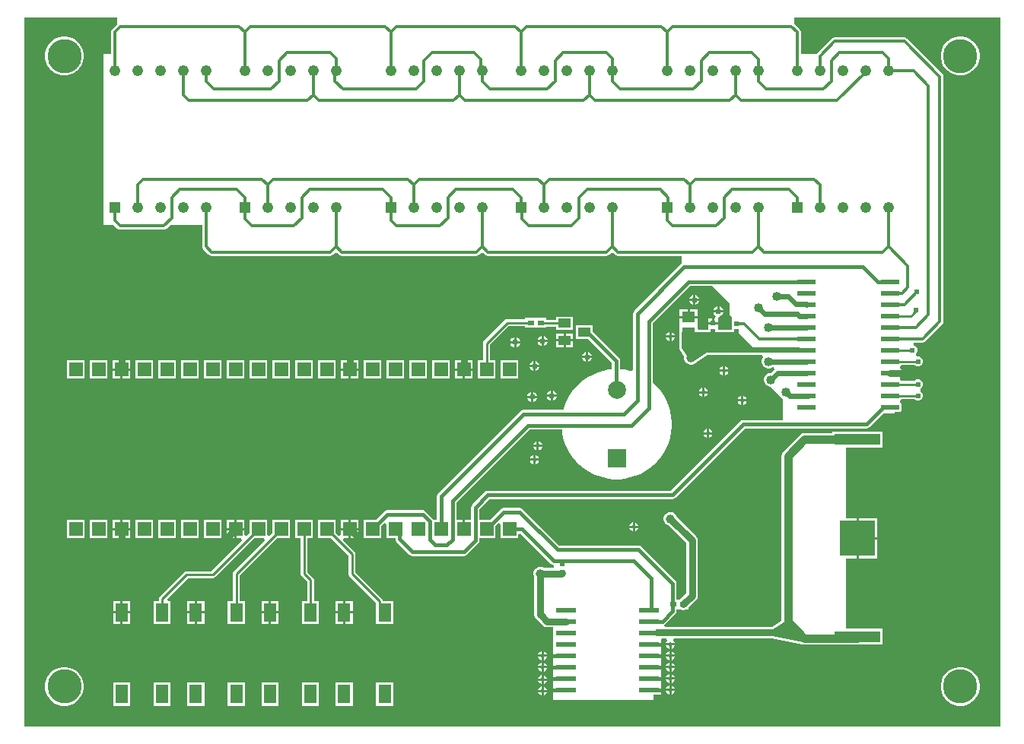
<source format=gtl>
G04*
G04 #@! TF.GenerationSoftware,Altium Limited,Altium Designer,25.8.1 (18)*
G04*
G04 Layer_Physical_Order=1*
G04 Layer_Color=255*
%FSLAX25Y25*%
%MOIN*%
G70*
G04*
G04 #@! TF.SameCoordinates,88319C62-EFB5-4932-9794-969BEDCF7067*
G04*
G04*
G04 #@! TF.FilePolarity,Positive*
G04*
G01*
G75*
%ADD13C,0.01000*%
G04:AMPARAMS|DCode=14|XSize=80.71mil|YSize=23.23mil|CornerRadius=2.9mil|HoleSize=0mil|Usage=FLASHONLY|Rotation=180.000|XOffset=0mil|YOffset=0mil|HoleType=Round|Shape=RoundedRectangle|*
%AMROUNDEDRECTD14*
21,1,0.08071,0.01742,0,0,180.0*
21,1,0.07490,0.02323,0,0,180.0*
1,1,0.00581,-0.03745,0.00871*
1,1,0.00581,0.03745,0.00871*
1,1,0.00581,0.03745,-0.00871*
1,1,0.00581,-0.03745,-0.00871*
%
%ADD14ROUNDEDRECTD14*%
%ADD15R,0.08661X0.02362*%
%ADD16R,0.02362X0.02205*%
%ADD17R,0.05512X0.08268*%
%ADD18R,0.02441X0.02362*%
%ADD19R,0.05787X0.04528*%
%ADD20R,0.02953X0.02362*%
%ADD21R,0.02362X0.02953*%
%ADD22R,0.20000X0.05000*%
%ADD23R,0.05512X0.03937*%
%ADD45R,0.15590X0.15590*%
%ADD46C,0.01500*%
%ADD47C,0.03000*%
%ADD48C,0.01200*%
%ADD49C,0.01300*%
%ADD50C,0.02200*%
%ADD51C,0.03500*%
%ADD52R,0.05937X0.05937*%
%ADD53R,0.04795X0.04795*%
%ADD54C,0.04795*%
%ADD55R,0.07874X0.07874*%
%ADD56C,0.07874*%
%ADD57C,0.15000*%
%ADD58C,0.02000*%
%ADD59C,0.03937*%
%ADD60C,0.02400*%
%ADD61C,0.04000*%
G36*
X409500Y351000D02*
Y346000D01*
X410497Y344671D01*
X410319Y344315D01*
X410319D01*
Y339478D01*
X404500D01*
Y341857D01*
X402280D01*
X400059D01*
Y339478D01*
X396101D01*
X395394Y340185D01*
X395394Y341299D01*
X395394Y342299D01*
Y344465D01*
X391500D01*
X387606D01*
Y342299D01*
X387606Y341701D01*
X387606Y340701D01*
Y338921D01*
X387558Y338849D01*
X387480Y338459D01*
Y331500D01*
X387497Y331417D01*
X387494Y331332D01*
X387535Y331223D01*
X387558Y331110D01*
X387605Y331039D01*
X387635Y330960D01*
X389632Y327765D01*
X389531Y327391D01*
Y326609D01*
X389734Y325854D01*
X390125Y325177D01*
X390677Y324625D01*
X391354Y324234D01*
X392109Y324031D01*
X392891D01*
X393646Y324234D01*
X394323Y324625D01*
X394875Y325177D01*
X394882Y325188D01*
X399645Y328320D01*
X423664D01*
X424099Y327342D01*
X423704Y326658D01*
X423500Y325895D01*
Y325105D01*
X423704Y324342D01*
X424099Y323658D01*
X424658Y323099D01*
X425342Y322704D01*
X426105Y322500D01*
X426895D01*
X427658Y322704D01*
X428342Y323099D01*
X428408Y323165D01*
X428474Y323169D01*
X428797Y323091D01*
X428988Y322015D01*
X428986Y322014D01*
X427472Y320500D01*
X427105D01*
X426342Y320296D01*
X425658Y319901D01*
X425099Y319342D01*
X424704Y318658D01*
X424500Y317895D01*
Y317105D01*
X424704Y316342D01*
X425099Y315658D01*
X425658Y315099D01*
X426342Y314704D01*
X427105Y314500D01*
X427257D01*
X432158Y309599D01*
X432842Y309204D01*
X432848Y309203D01*
Y299784D01*
X415500D01*
X414817Y299648D01*
X414238Y299262D01*
X383761Y268784D01*
X303536D01*
X302853Y268649D01*
X302274Y268262D01*
X296738Y262726D01*
X296352Y262147D01*
X296216Y261465D01*
Y255968D01*
X293500D01*
Y252000D01*
X292500D01*
Y255968D01*
X289784D01*
Y263761D01*
X321739Y295716D01*
X335978D01*
X336103Y294455D01*
X336565Y292130D01*
X337253Y289861D01*
X338161Y287671D01*
X339278Y285580D01*
X340595Y283609D01*
X342099Y281776D01*
X343776Y280099D01*
X345608Y278595D01*
X347580Y277278D01*
X349671Y276161D01*
X351861Y275253D01*
X354130Y274565D01*
X356455Y274102D01*
X358815Y273870D01*
X361185D01*
X363545Y274102D01*
X365870Y274565D01*
X368139Y275253D01*
X370329Y276161D01*
X372420Y277278D01*
X374392Y278595D01*
X376224Y280099D01*
X377901Y281776D01*
X379405Y283609D01*
X380722Y285580D01*
X381839Y287671D01*
X382747Y289861D01*
X383435Y292130D01*
X383897Y294455D01*
X384130Y296815D01*
Y299185D01*
X383897Y301545D01*
X383435Y303870D01*
X382747Y306139D01*
X381839Y308329D01*
X380722Y310420D01*
X379405Y312391D01*
X377901Y314224D01*
X376224Y315901D01*
X375784Y316262D01*
Y342261D01*
X392239Y358716D01*
X401784D01*
X409500Y351000D01*
D02*
G37*
G36*
X419681Y331819D02*
X440000Y331645D01*
Y329340D01*
X399340D01*
X393500Y325500D01*
X391500D01*
X391000Y327000D01*
Y327500D01*
X388500Y331500D01*
Y338459D01*
X413041D01*
X419681Y331819D01*
D02*
G37*
G36*
X528000Y165500D02*
X100500D01*
X100500Y476500D01*
X141000D01*
Y473379D01*
X138810Y471190D01*
X138446Y470644D01*
X138318Y470000D01*
Y460500D01*
X135000D01*
Y385500D01*
X139621D01*
X141310Y383810D01*
X141310Y383810D01*
X141856Y383446D01*
X142500Y383318D01*
X161500D01*
X162144Y383446D01*
X162690Y383810D01*
X164379Y385500D01*
X178318D01*
Y376000D01*
X178446Y375356D01*
X178810Y374810D01*
X181310Y372310D01*
X181310Y372310D01*
X181856Y371946D01*
X182500Y371818D01*
X234500D01*
X235144Y371946D01*
X235690Y372310D01*
X236343Y372964D01*
X237657D01*
X238310Y372310D01*
X238310Y372310D01*
X238856Y371946D01*
X239500Y371818D01*
X298500D01*
X299144Y371946D01*
X299690Y372310D01*
X300343Y372964D01*
X301657D01*
X302310Y372310D01*
X302310Y372310D01*
X302856Y371946D01*
X303500Y371818D01*
X355500D01*
X356144Y371946D01*
X356690Y372310D01*
X357343Y372964D01*
X358657D01*
X359310Y372310D01*
X359310Y372310D01*
X359856Y371946D01*
X360500Y371818D01*
X388500D01*
Y368437D01*
X388238Y368262D01*
X367738Y347762D01*
X367352Y347183D01*
X367216Y346500D01*
Y321866D01*
X366412Y321270D01*
X365870Y321435D01*
X363545Y321898D01*
X361515Y322097D01*
Y325769D01*
X361515Y325769D01*
X361380Y326452D01*
X360993Y327031D01*
X360993Y327031D01*
X349587Y338437D01*
Y341469D01*
X342075D01*
Y335531D01*
X347445D01*
X357947Y325030D01*
Y322044D01*
X356455Y321898D01*
X354130Y321435D01*
X351861Y320747D01*
X349671Y319839D01*
X347580Y318722D01*
X345608Y317405D01*
X343776Y315901D01*
X342099Y314224D01*
X340595Y312391D01*
X339278Y310420D01*
X338161Y308329D01*
X337253Y306139D01*
X336691Y304284D01*
X319000D01*
X319000Y304284D01*
X318317Y304149D01*
X317738Y303762D01*
X281738Y267762D01*
X281351Y267183D01*
X281216Y266500D01*
Y255968D01*
X279691D01*
X279648Y256183D01*
X279262Y256762D01*
X279262Y256762D01*
X276259Y259765D01*
X275680Y260151D01*
X274997Y260287D01*
X259503D01*
X258820Y260151D01*
X258241Y259765D01*
X258241Y259764D01*
X254445Y255968D01*
X249031D01*
Y248031D01*
X256968D01*
Y253445D01*
X258108Y254584D01*
X259032Y254202D01*
Y248031D01*
X263025D01*
Y247691D01*
X263161Y247008D01*
X263548Y246429D01*
X269238Y240738D01*
X269238Y240738D01*
X269817Y240352D01*
X270500Y240216D01*
X293000D01*
X293683Y240352D01*
X294262Y240738D01*
X299262Y245738D01*
X299262Y245738D01*
X299648Y246317D01*
X299784Y247000D01*
X299784Y247000D01*
Y248031D01*
X306968D01*
Y253445D01*
X308108Y254584D01*
X309032Y254202D01*
Y248031D01*
X316968D01*
Y249715D01*
X317969Y250008D01*
X331238Y236738D01*
X331817Y236351D01*
X332500Y236216D01*
Y235049D01*
X328022D01*
X327646Y235266D01*
X326891Y235469D01*
X326109D01*
X325354Y235266D01*
X324677Y234875D01*
X324125Y234323D01*
X323734Y233646D01*
X323532Y232891D01*
Y232109D01*
X323734Y231354D01*
X323951Y230978D01*
Y214500D01*
X324145Y213525D01*
X324698Y212698D01*
X327698Y209698D01*
X328524Y209145D01*
X329500Y208951D01*
X332000D01*
Y177000D01*
X376000D01*
Y179319D01*
X379331D01*
Y183681D01*
X379331D01*
Y184319D01*
X379331D01*
Y188681D01*
X379331D01*
Y189319D01*
X379331D01*
Y193681D01*
X379331D01*
Y194319D01*
X379331D01*
Y198681D01*
X379331D01*
Y199319D01*
X379331D01*
Y203681D01*
X380207Y203980D01*
X381845D01*
X381850Y203974D01*
X382152Y202980D01*
X381804Y202633D01*
X381542Y202000D01*
X385458D01*
X385195Y202633D01*
X384848Y202980D01*
X385150Y203974D01*
X385155Y203980D01*
X427992D01*
X441116Y201493D01*
X441530Y201321D01*
X442248Y201226D01*
X465500D01*
X465695Y201252D01*
X476500D01*
Y208252D01*
X460500D01*
Y230000D01*
Y231500D01*
Y239205D01*
X465000D01*
Y248000D01*
Y256795D01*
X460500D01*
Y287748D01*
X476500D01*
Y294748D01*
X454500D01*
Y294022D01*
X442248D01*
X441530Y293927D01*
X440861Y293650D01*
X440287Y293209D01*
X433039Y285961D01*
X432598Y285387D01*
X432321Y284718D01*
X432226Y284000D01*
Y248000D01*
Y211597D01*
X428084Y209020D01*
X424500Y209020D01*
X381236D01*
X380934Y210020D01*
X381262Y210238D01*
X385762Y214738D01*
X386149Y215317D01*
X386284Y216000D01*
Y216819D01*
X387930D01*
X388190Y216645D01*
X389165Y216451D01*
X390141Y216645D01*
X390401Y216819D01*
X391642D01*
Y217872D01*
X394802Y221032D01*
X395355Y221859D01*
X395549Y222835D01*
Y247000D01*
X395355Y247975D01*
X394802Y248802D01*
X386379Y257226D01*
X386266Y257646D01*
X385875Y258323D01*
X385323Y258875D01*
X384646Y259266D01*
X383891Y259469D01*
X383109D01*
X382354Y259266D01*
X381677Y258875D01*
X381125Y258323D01*
X380734Y257646D01*
X380532Y256891D01*
Y256109D01*
X380734Y255354D01*
X381125Y254677D01*
X381677Y254125D01*
X382354Y253734D01*
X382774Y253621D01*
X390451Y245944D01*
Y223890D01*
X387742Y221181D01*
X386284D01*
Y228000D01*
X386149Y228683D01*
X385762Y229262D01*
X385762Y229262D01*
X370762Y244262D01*
X370183Y244649D01*
X369500Y244784D01*
X334739D01*
X318762Y260762D01*
X318183Y261149D01*
X317500Y261284D01*
X310500D01*
X309817Y261149D01*
X309238Y260762D01*
X304445Y255968D01*
X299784D01*
Y260725D01*
X304275Y265216D01*
X384500D01*
X385183Y265352D01*
X385762Y265738D01*
X416239Y296216D01*
X469500D01*
X470183Y296352D01*
X470762Y296738D01*
X476690Y302667D01*
X481844D01*
Y303313D01*
X483572D01*
X484075Y303414D01*
X484502Y303699D01*
X484787Y304125D01*
X484888Y304629D01*
Y306371D01*
X484787Y306874D01*
X484502Y307301D01*
X484288Y307444D01*
X484208Y307809D01*
Y308168D01*
X484740Y308971D01*
X490418D01*
X490754Y308635D01*
X491562Y308300D01*
X492438D01*
X493246Y308635D01*
X493865Y309254D01*
X494200Y310062D01*
Y310938D01*
X493865Y311746D01*
X493246Y312365D01*
X493020Y312459D01*
Y313541D01*
X493246Y313635D01*
X493865Y314254D01*
X494200Y315062D01*
Y315938D01*
X493865Y316746D01*
X493246Y317365D01*
X492438Y317700D01*
X491562D01*
X490754Y317365D01*
X490418Y317029D01*
X484684D01*
X484502Y317301D01*
X484288Y317444D01*
X484208Y317809D01*
Y318191D01*
X484288Y318556D01*
X484502Y318699D01*
X484787Y319126D01*
X484888Y319629D01*
Y321371D01*
X484787Y321874D01*
X484502Y322301D01*
X484288Y322444D01*
X484208Y322809D01*
Y323168D01*
X484740Y323971D01*
X490418D01*
X490754Y323635D01*
X491562Y323300D01*
X492438D01*
X493246Y323635D01*
X493865Y324254D01*
X494200Y325062D01*
Y325938D01*
X493865Y326746D01*
X493246Y327365D01*
X492438Y327700D01*
X491956D01*
X491145Y328396D01*
X491042Y328567D01*
X491044Y328932D01*
X491365Y329254D01*
X491700Y330062D01*
Y330938D01*
X491365Y331746D01*
X490746Y332365D01*
X490300Y332550D01*
Y333818D01*
X494000D01*
X494644Y333946D01*
X495190Y334310D01*
X502690Y341810D01*
X503054Y342356D01*
X503182Y343000D01*
Y450500D01*
X503054Y451144D01*
X502690Y451690D01*
X487190Y467190D01*
X486644Y467554D01*
X486000Y467682D01*
X455500D01*
X455500Y467682D01*
X454856Y467554D01*
X454310Y467190D01*
X447810Y460690D01*
X447684Y460500D01*
X440682D01*
Y470000D01*
X440554Y470644D01*
X440190Y471190D01*
X440190Y471190D01*
X437750Y473629D01*
Y476500D01*
X528000D01*
Y165500D01*
D02*
G37*
G36*
X435939Y210859D02*
X435967Y209467D01*
X437433Y208000D01*
X442065Y203368D01*
X441707Y202418D01*
X428087Y205000D01*
X377000D01*
Y208000D01*
X424500D01*
X428375Y208000D01*
X434764Y211976D01*
X435939Y210859D01*
D02*
G37*
%LPC*%
G36*
X394500Y354674D02*
Y353000D01*
X396174D01*
X395865Y353746D01*
X395246Y354365D01*
X394500Y354674D01*
D02*
G37*
G36*
X393500D02*
X392754Y354365D01*
X392135Y353746D01*
X391826Y353000D01*
X393500D01*
Y354674D01*
D02*
G37*
G36*
X396174Y352000D02*
X394500D01*
Y350326D01*
X395246Y350635D01*
X395865Y351254D01*
X396174Y352000D01*
D02*
G37*
G36*
X393500D02*
X391826D01*
X392135Y351254D01*
X392754Y350635D01*
X393500Y350326D01*
Y352000D01*
D02*
G37*
G36*
X405000Y349674D02*
Y348000D01*
X406674D01*
X406365Y348746D01*
X405746Y349365D01*
X405000Y349674D01*
D02*
G37*
G36*
X404000D02*
X403254Y349365D01*
X402635Y348746D01*
X402326Y348000D01*
X404000D01*
Y349674D01*
D02*
G37*
G36*
X395394Y348228D02*
X392000D01*
Y345465D01*
X395394D01*
Y348228D01*
D02*
G37*
G36*
X391000D02*
X387606D01*
Y345465D01*
X391000D01*
Y348228D01*
D02*
G37*
G36*
X406674Y347000D02*
X402326D01*
X402635Y346254D01*
X403254Y345635D01*
X403487Y345538D01*
X403288Y344538D01*
X402779D01*
Y342857D01*
X404500D01*
X404500Y344431D01*
X404752Y344932D01*
X405007Y345329D01*
X405746Y345635D01*
X406365Y346254D01*
X406674Y347000D01*
D02*
G37*
G36*
X401780Y344538D02*
X400059D01*
Y342857D01*
X401780D01*
Y344538D01*
D02*
G37*
G36*
X384000Y338458D02*
Y337000D01*
X385458D01*
X385195Y337633D01*
X384633Y338195D01*
X384000Y338458D01*
D02*
G37*
G36*
X383000D02*
X382367Y338195D01*
X381804Y337633D01*
X381542Y337000D01*
X383000D01*
Y338458D01*
D02*
G37*
G36*
X385458Y336000D02*
X384000D01*
Y334542D01*
X384633Y334805D01*
X385195Y335367D01*
X385458Y336000D01*
D02*
G37*
G36*
X383000D02*
X381542D01*
X381804Y335367D01*
X382367Y334805D01*
X383000Y334542D01*
Y336000D01*
D02*
G37*
G36*
X407500Y323458D02*
Y322000D01*
X408958D01*
X408696Y322633D01*
X408133Y323196D01*
X407500Y323458D01*
D02*
G37*
G36*
X406500D02*
X405867Y323196D01*
X405304Y322633D01*
X405042Y322000D01*
X406500D01*
Y323458D01*
D02*
G37*
G36*
X408958Y321000D02*
X407500D01*
Y319542D01*
X408133Y319805D01*
X408696Y320367D01*
X408958Y321000D01*
D02*
G37*
G36*
X406500D02*
X405042D01*
X405304Y320367D01*
X405867Y319805D01*
X406500Y319542D01*
Y321000D01*
D02*
G37*
G36*
X398500Y313958D02*
Y312500D01*
X399958D01*
X399695Y313133D01*
X399133Y313696D01*
X398500Y313958D01*
D02*
G37*
G36*
X397500D02*
X396867Y313696D01*
X396304Y313133D01*
X396042Y312500D01*
X397500D01*
Y313958D01*
D02*
G37*
G36*
X399958Y311500D02*
X398500D01*
Y310042D01*
X399133Y310304D01*
X399695Y310867D01*
X399958Y311500D01*
D02*
G37*
G36*
X397500D02*
X396042D01*
X396304Y310867D01*
X396867Y310304D01*
X397500Y310042D01*
Y311500D01*
D02*
G37*
G36*
X415500Y310458D02*
Y309000D01*
X416958D01*
X416695Y309633D01*
X416133Y310195D01*
X415500Y310458D01*
D02*
G37*
G36*
X414500D02*
X413867Y310195D01*
X413305Y309633D01*
X413042Y309000D01*
X414500D01*
Y310458D01*
D02*
G37*
G36*
X416958Y308000D02*
X415500D01*
Y306542D01*
X416133Y306804D01*
X416695Y307367D01*
X416958Y308000D01*
D02*
G37*
G36*
X414500D02*
X413042D01*
X413305Y307367D01*
X413867Y306804D01*
X414500Y306542D01*
Y308000D01*
D02*
G37*
G36*
X400500Y295958D02*
Y294500D01*
X401958D01*
X401695Y295133D01*
X401133Y295695D01*
X400500Y295958D01*
D02*
G37*
G36*
X399500D02*
X398867Y295695D01*
X398305Y295133D01*
X398042Y294500D01*
X399500D01*
Y295958D01*
D02*
G37*
G36*
X401958Y293500D02*
X400500D01*
Y292042D01*
X401133Y292304D01*
X401695Y292867D01*
X401958Y293500D01*
D02*
G37*
G36*
X399500D02*
X398042D01*
X398305Y292867D01*
X398867Y292304D01*
X399500Y292042D01*
Y293500D01*
D02*
G37*
G36*
X325944Y290513D02*
Y289055D01*
X327402D01*
X327140Y289688D01*
X326577Y290251D01*
X325944Y290513D01*
D02*
G37*
G36*
X324944D02*
X324312Y290251D01*
X323749Y289688D01*
X323487Y289055D01*
X324944D01*
Y290513D01*
D02*
G37*
G36*
X327402Y288055D02*
X325944D01*
Y286598D01*
X326577Y286860D01*
X327140Y287423D01*
X327402Y288055D01*
D02*
G37*
G36*
X324944D02*
X323487D01*
X323749Y287423D01*
X324312Y286860D01*
X324944Y286598D01*
Y288055D01*
D02*
G37*
G36*
X324500Y284458D02*
Y283000D01*
X325958D01*
X325695Y283633D01*
X325133Y284195D01*
X324500Y284458D01*
D02*
G37*
G36*
X323500D02*
X322867Y284195D01*
X322305Y283633D01*
X322042Y283000D01*
X323500D01*
Y284458D01*
D02*
G37*
G36*
X325958Y282000D02*
X324500D01*
Y280542D01*
X325133Y280804D01*
X325695Y281367D01*
X325958Y282000D01*
D02*
G37*
G36*
X323500D02*
X322042D01*
X322305Y281367D01*
X322867Y280804D01*
X323500Y280542D01*
Y282000D01*
D02*
G37*
G36*
X511337Y468000D02*
X509663D01*
X508021Y467673D01*
X506474Y467033D01*
X505082Y466102D01*
X503898Y464918D01*
X502967Y463526D01*
X502327Y461979D01*
X502000Y460337D01*
Y458663D01*
X502327Y457021D01*
X502967Y455474D01*
X503898Y454082D01*
X505082Y452898D01*
X506474Y451967D01*
X508021Y451327D01*
X509663Y451000D01*
X511337D01*
X512979Y451327D01*
X514526Y451967D01*
X515918Y452898D01*
X517102Y454082D01*
X518033Y455474D01*
X518673Y457021D01*
X519000Y458663D01*
Y460337D01*
X518673Y461979D01*
X518033Y463526D01*
X517102Y464918D01*
X515918Y466102D01*
X514526Y467033D01*
X512979Y467673D01*
X511337Y468000D01*
D02*
G37*
G36*
X118837D02*
X117163D01*
X115521Y467673D01*
X113974Y467033D01*
X112582Y466102D01*
X111398Y464918D01*
X110467Y463526D01*
X109827Y461979D01*
X109500Y460337D01*
Y458663D01*
X109827Y457021D01*
X110467Y455474D01*
X111398Y454082D01*
X112582Y452898D01*
X113974Y451967D01*
X115521Y451327D01*
X117163Y451000D01*
X118837D01*
X120479Y451327D01*
X122026Y451967D01*
X123418Y452898D01*
X124602Y454082D01*
X125533Y455474D01*
X126173Y457021D01*
X126500Y458663D01*
Y460337D01*
X126173Y461979D01*
X125533Y463526D01*
X124602Y464918D01*
X123418Y466102D01*
X122026Y467033D01*
X120479Y467673D01*
X118837Y468000D01*
D02*
G37*
G36*
X340925Y345209D02*
X333413D01*
Y343770D01*
X329142D01*
Y344681D01*
X319858D01*
Y344029D01*
X312000D01*
X311415Y343913D01*
X310919Y343581D01*
X301919Y334581D01*
X301587Y334085D01*
X301471Y333500D01*
Y325969D01*
X299031D01*
Y318032D01*
X306968D01*
Y325969D01*
X304529D01*
Y332867D01*
X312633Y340971D01*
X319858D01*
Y340319D01*
X329142D01*
Y340711D01*
X333413D01*
Y339272D01*
X340925D01*
Y345209D01*
D02*
G37*
G36*
Y337728D02*
X337669D01*
Y335260D01*
X340925D01*
Y337728D01*
D02*
G37*
G36*
X336669D02*
X333413D01*
Y335260D01*
X336669D01*
Y337728D01*
D02*
G37*
G36*
X328000Y336674D02*
Y335000D01*
X329674D01*
X329365Y335746D01*
X328746Y336365D01*
X328000Y336674D01*
D02*
G37*
G36*
X327000D02*
X326254Y336365D01*
X325635Y335746D01*
X325326Y335000D01*
X327000D01*
Y336674D01*
D02*
G37*
G36*
X316000Y336174D02*
Y334500D01*
X317674D01*
X317365Y335246D01*
X316746Y335865D01*
X316000Y336174D01*
D02*
G37*
G36*
X315000D02*
X314254Y335865D01*
X313635Y335246D01*
X313326Y334500D01*
X315000D01*
Y336174D01*
D02*
G37*
G36*
X329674Y334000D02*
X328000D01*
Y332326D01*
X328746Y332635D01*
X329365Y333254D01*
X329674Y334000D01*
D02*
G37*
G36*
X327000D02*
X325326D01*
X325635Y333254D01*
X326254Y332635D01*
X327000Y332326D01*
Y334000D01*
D02*
G37*
G36*
X317674Y333500D02*
X316000D01*
Y331826D01*
X316746Y332135D01*
X317365Y332754D01*
X317674Y333500D01*
D02*
G37*
G36*
X315000D02*
X313326D01*
X313635Y332754D01*
X314254Y332135D01*
X315000Y331826D01*
Y333500D01*
D02*
G37*
G36*
X340925Y334260D02*
X337669D01*
Y331791D01*
X340925D01*
Y334260D01*
D02*
G37*
G36*
X336669D02*
X333413D01*
Y331791D01*
X336669D01*
Y334260D01*
D02*
G37*
G36*
X347500Y329674D02*
Y328000D01*
X349174D01*
X348865Y328746D01*
X348246Y329365D01*
X347500Y329674D01*
D02*
G37*
G36*
X346500D02*
X345754Y329365D01*
X345135Y328746D01*
X344826Y328000D01*
X346500D01*
Y329674D01*
D02*
G37*
G36*
X349174Y327000D02*
X347500D01*
Y325326D01*
X348246Y325635D01*
X348865Y326254D01*
X349174Y327000D01*
D02*
G37*
G36*
X346500D02*
X344826D01*
X345135Y326254D01*
X345754Y325635D01*
X346500Y325326D01*
Y327000D01*
D02*
G37*
G36*
X324500Y325674D02*
Y324000D01*
X326174D01*
X325865Y324746D01*
X325246Y325365D01*
X324500Y325674D01*
D02*
G37*
G36*
X323500D02*
X322754Y325365D01*
X322135Y324746D01*
X321826Y324000D01*
X323500D01*
Y325674D01*
D02*
G37*
G36*
X296969Y325969D02*
X293500D01*
Y322500D01*
X296969D01*
Y325969D01*
D02*
G37*
G36*
X246969D02*
X243500D01*
Y322500D01*
X246969D01*
Y325969D01*
D02*
G37*
G36*
X146968D02*
X143500D01*
Y322500D01*
X146968D01*
Y325969D01*
D02*
G37*
G36*
X142500D02*
X139032D01*
Y322500D01*
X142500D01*
Y325969D01*
D02*
G37*
G36*
X292500D02*
X289032D01*
Y322500D01*
X292500D01*
Y325969D01*
D02*
G37*
G36*
X242500D02*
X239032D01*
Y322500D01*
X242500D01*
Y325969D01*
D02*
G37*
G36*
X326174Y323000D02*
X324500D01*
Y321326D01*
X325246Y321635D01*
X325865Y322254D01*
X326174Y323000D01*
D02*
G37*
G36*
X323500D02*
X321826D01*
X322135Y322254D01*
X322754Y321635D01*
X323500Y321326D01*
Y323000D01*
D02*
G37*
G36*
X316968Y325969D02*
X309032D01*
Y318032D01*
X316968D01*
Y325969D01*
D02*
G37*
G36*
X296969Y321500D02*
X293500D01*
Y318032D01*
X296969D01*
Y321500D01*
D02*
G37*
G36*
X292500D02*
X289032D01*
Y318032D01*
X292500D01*
Y321500D01*
D02*
G37*
G36*
X286968Y325969D02*
X279031D01*
Y318032D01*
X286968D01*
Y325969D01*
D02*
G37*
G36*
X276969D02*
X269032D01*
Y318032D01*
X276969D01*
Y325969D01*
D02*
G37*
G36*
X266968D02*
X259032D01*
Y318032D01*
X266968D01*
Y325969D01*
D02*
G37*
G36*
X256968D02*
X249031D01*
Y318032D01*
X256968D01*
Y325969D01*
D02*
G37*
G36*
X246969Y321500D02*
X243500D01*
Y318032D01*
X246969D01*
Y321500D01*
D02*
G37*
G36*
X242500D02*
X239032D01*
Y318032D01*
X242500D01*
Y321500D01*
D02*
G37*
G36*
X236968Y325969D02*
X229031D01*
Y318032D01*
X236968D01*
Y325969D01*
D02*
G37*
G36*
X226969D02*
X219032D01*
Y318032D01*
X226969D01*
Y325969D01*
D02*
G37*
G36*
X216968D02*
X209032D01*
Y318032D01*
X216968D01*
Y325969D01*
D02*
G37*
G36*
X206968D02*
X199031D01*
Y318032D01*
X206968D01*
Y325969D01*
D02*
G37*
G36*
X196968D02*
X189032D01*
Y318032D01*
X196968D01*
Y325969D01*
D02*
G37*
G36*
X186969D02*
X179032D01*
Y318032D01*
X186969D01*
Y325969D01*
D02*
G37*
G36*
X176969D02*
X169032D01*
Y318032D01*
X176969D01*
Y325969D01*
D02*
G37*
G36*
X166969D02*
X159031D01*
Y318032D01*
X166969D01*
Y325969D01*
D02*
G37*
G36*
X156968D02*
X149031D01*
Y318032D01*
X156968D01*
Y325969D01*
D02*
G37*
G36*
X146968Y321500D02*
X143500D01*
Y318032D01*
X146968D01*
Y321500D01*
D02*
G37*
G36*
X142500D02*
X139032D01*
Y318032D01*
X142500D01*
Y321500D01*
D02*
G37*
G36*
X136969Y325969D02*
X129032D01*
Y318032D01*
X136969D01*
Y325969D01*
D02*
G37*
G36*
X126969D02*
X119032D01*
Y318032D01*
X126969D01*
Y325969D01*
D02*
G37*
G36*
X332000Y312674D02*
Y311000D01*
X333674D01*
X333365Y311746D01*
X332746Y312365D01*
X332000Y312674D01*
D02*
G37*
G36*
X331000D02*
X330254Y312365D01*
X329635Y311746D01*
X329326Y311000D01*
X331000D01*
Y312674D01*
D02*
G37*
G36*
X323500Y312174D02*
Y310500D01*
X325174D01*
X324865Y311246D01*
X324246Y311865D01*
X323500Y312174D01*
D02*
G37*
G36*
X322500D02*
X321754Y311865D01*
X321135Y311246D01*
X320826Y310500D01*
X322500D01*
Y312174D01*
D02*
G37*
G36*
X333674Y310000D02*
X332000D01*
Y308326D01*
X332746Y308635D01*
X333365Y309254D01*
X333674Y310000D01*
D02*
G37*
G36*
X331000D02*
X329326D01*
X329635Y309254D01*
X330254Y308635D01*
X331000Y308326D01*
Y310000D01*
D02*
G37*
G36*
X325174Y309500D02*
X323500D01*
Y307826D01*
X324246Y308135D01*
X324865Y308754D01*
X325174Y309500D01*
D02*
G37*
G36*
X322500D02*
X320826D01*
X321135Y308754D01*
X321754Y308135D01*
X322500Y307826D01*
Y309500D01*
D02*
G37*
G36*
X368000Y254958D02*
Y253500D01*
X369458D01*
X369196Y254133D01*
X368633Y254696D01*
X368000Y254958D01*
D02*
G37*
G36*
X367000D02*
X366367Y254696D01*
X365805Y254133D01*
X365542Y253500D01*
X367000D01*
Y254958D01*
D02*
G37*
G36*
X246969Y255968D02*
X243500D01*
Y252500D01*
X246969D01*
Y255968D01*
D02*
G37*
G36*
X196968D02*
X193500D01*
Y252500D01*
X196968D01*
Y255968D01*
D02*
G37*
G36*
X146968D02*
X143500D01*
Y252500D01*
X146968D01*
Y255968D01*
D02*
G37*
G36*
X142500D02*
X139032D01*
Y252500D01*
X142500D01*
Y255968D01*
D02*
G37*
G36*
X242500D02*
X239032D01*
Y252500D01*
X242500D01*
Y255968D01*
D02*
G37*
G36*
X192500D02*
X189032D01*
Y252500D01*
X192500D01*
Y255968D01*
D02*
G37*
G36*
X369458Y252500D02*
X368000D01*
Y251042D01*
X368633Y251305D01*
X369196Y251867D01*
X369458Y252500D01*
D02*
G37*
G36*
X367000D02*
X365542D01*
X365805Y251867D01*
X366367Y251305D01*
X367000Y251042D01*
Y252500D01*
D02*
G37*
G36*
X216968Y255968D02*
X209032D01*
Y250194D01*
X207892Y249055D01*
X206968Y249438D01*
Y255968D01*
X199031D01*
Y250194D01*
X197892Y249055D01*
X196968Y249438D01*
Y251500D01*
X193500D01*
Y248031D01*
X195562D01*
X195945Y247108D01*
X182367Y233529D01*
X171500D01*
X170915Y233413D01*
X170419Y233081D01*
X159777Y222440D01*
X159445Y221943D01*
X159329Y221358D01*
Y220547D01*
X157102D01*
Y210279D01*
X164614D01*
Y220547D01*
X163624D01*
X163210Y221547D01*
X172134Y230471D01*
X183000D01*
X183585Y230587D01*
X184081Y230919D01*
X201194Y248031D01*
X205562D01*
X205945Y247108D01*
X192277Y233440D01*
X191945Y232944D01*
X191829Y232358D01*
Y220547D01*
X189602D01*
Y210279D01*
X197114D01*
Y220547D01*
X194888D01*
Y231725D01*
X211194Y248031D01*
X216968D01*
Y255968D01*
D02*
G37*
G36*
X474295Y256795D02*
X466000D01*
Y248500D01*
X474295D01*
Y256795D01*
D02*
G37*
G36*
X246969Y251500D02*
X243500D01*
Y248031D01*
X246969D01*
Y251500D01*
D02*
G37*
G36*
X192500D02*
X189032D01*
Y248031D01*
X192500D01*
Y251500D01*
D02*
G37*
G36*
X186969Y255968D02*
X179032D01*
Y248031D01*
X186969D01*
Y255968D01*
D02*
G37*
G36*
X176969D02*
X169032D01*
Y248031D01*
X176969D01*
Y255968D01*
D02*
G37*
G36*
X166969D02*
X159031D01*
Y248031D01*
X166969D01*
Y255968D01*
D02*
G37*
G36*
X156968D02*
X149031D01*
Y248031D01*
X156968D01*
Y255968D01*
D02*
G37*
G36*
X146968Y251500D02*
X143500D01*
Y248031D01*
X146968D01*
Y251500D01*
D02*
G37*
G36*
X142500D02*
X139032D01*
Y248031D01*
X142500D01*
Y251500D01*
D02*
G37*
G36*
X136969Y255968D02*
X129032D01*
Y248031D01*
X136969D01*
Y255968D01*
D02*
G37*
G36*
X126969D02*
X119032D01*
Y248031D01*
X126969D01*
Y255968D01*
D02*
G37*
G36*
X474295Y247500D02*
X466000D01*
Y239205D01*
X474295D01*
Y247500D01*
D02*
G37*
G36*
X146898Y220547D02*
X143642D01*
Y215913D01*
X146898D01*
Y220547D01*
D02*
G37*
G36*
X142642D02*
X139386D01*
Y215913D01*
X142642D01*
Y220547D01*
D02*
G37*
G36*
X244398D02*
X241142D01*
Y215913D01*
X244398D01*
Y220547D01*
D02*
G37*
G36*
X211898D02*
X208642D01*
Y215913D01*
X211898D01*
Y220547D01*
D02*
G37*
G36*
X179398D02*
X176142D01*
Y215913D01*
X179398D01*
Y220547D01*
D02*
G37*
G36*
X240142D02*
X236886D01*
Y215913D01*
X240142D01*
Y220547D01*
D02*
G37*
G36*
X207642D02*
X204386D01*
Y215913D01*
X207642D01*
Y220547D01*
D02*
G37*
G36*
X175142D02*
X171886D01*
Y215913D01*
X175142D01*
Y220547D01*
D02*
G37*
G36*
X236968Y255968D02*
X229031D01*
Y248031D01*
X234806D01*
X242471Y240367D01*
Y232500D01*
X242587Y231915D01*
X242919Y231419D01*
X254573Y219764D01*
Y217669D01*
X254602Y217522D01*
Y210279D01*
X262114D01*
Y220547D01*
X257602D01*
X257515Y220983D01*
X257184Y221479D01*
X245529Y233134D01*
Y241000D01*
X245413Y241585D01*
X245081Y242081D01*
X240055Y247108D01*
X240438Y248031D01*
X242500D01*
Y251500D01*
X239032D01*
Y249438D01*
X238108Y249055D01*
X236968Y250194D01*
Y255968D01*
D02*
G37*
G36*
X244398Y214913D02*
X241142D01*
Y210279D01*
X244398D01*
Y214913D01*
D02*
G37*
G36*
X240142D02*
X236886D01*
Y210279D01*
X240142D01*
Y214913D01*
D02*
G37*
G36*
X226969Y255968D02*
X219032D01*
Y248031D01*
X221471D01*
Y232500D01*
X221587Y231915D01*
X221919Y231419D01*
X224329Y229008D01*
Y220547D01*
X222102D01*
Y210279D01*
X229614D01*
Y220547D01*
X227388D01*
Y229642D01*
X227271Y230227D01*
X226940Y230723D01*
X224529Y233134D01*
Y248031D01*
X226969D01*
Y255968D01*
D02*
G37*
G36*
X211898Y214913D02*
X208642D01*
Y210279D01*
X211898D01*
Y214913D01*
D02*
G37*
G36*
X207642D02*
X204386D01*
Y210279D01*
X207642D01*
Y214913D01*
D02*
G37*
G36*
X179398D02*
X176142D01*
Y210279D01*
X179398D01*
Y214913D01*
D02*
G37*
G36*
X175142D02*
X171886D01*
Y210279D01*
X175142D01*
Y214913D01*
D02*
G37*
G36*
X146898Y214913D02*
X143642D01*
Y210279D01*
X146898D01*
Y214913D01*
D02*
G37*
G36*
X142642D02*
X139386D01*
Y210279D01*
X142642D01*
Y214913D01*
D02*
G37*
G36*
X385458Y201000D02*
X384000D01*
Y199542D01*
X384633Y199804D01*
X385195Y200367D01*
X385458Y201000D01*
D02*
G37*
G36*
X383000D02*
X381542D01*
X381804Y200367D01*
X382367Y199804D01*
X383000Y199542D01*
Y201000D01*
D02*
G37*
G36*
X384000Y198458D02*
Y197000D01*
X385458D01*
X385195Y197633D01*
X384633Y198196D01*
X384000Y198458D01*
D02*
G37*
G36*
X383000D02*
X382367Y198196D01*
X381804Y197633D01*
X381542Y197000D01*
X383000D01*
Y198458D01*
D02*
G37*
G36*
X328000D02*
Y197000D01*
X329458D01*
X329195Y197633D01*
X328633Y198196D01*
X328000Y198458D01*
D02*
G37*
G36*
X327000D02*
X326367Y198196D01*
X325804Y197633D01*
X325542Y197000D01*
X327000D01*
Y198458D01*
D02*
G37*
G36*
X385458Y196000D02*
X384000D01*
Y194542D01*
X384633Y194805D01*
X385195Y195367D01*
X385458Y196000D01*
D02*
G37*
G36*
X383000D02*
X381542D01*
X381804Y195367D01*
X382367Y194805D01*
X383000Y194542D01*
Y196000D01*
D02*
G37*
G36*
X329458D02*
X328000D01*
Y194542D01*
X328633Y194805D01*
X329195Y195367D01*
X329458Y196000D01*
D02*
G37*
G36*
X327000D02*
X325542D01*
X325804Y195367D01*
X326367Y194805D01*
X327000Y194542D01*
Y196000D01*
D02*
G37*
G36*
X384000Y193458D02*
Y192000D01*
X385458D01*
X385195Y192633D01*
X384633Y193195D01*
X384000Y193458D01*
D02*
G37*
G36*
X383000D02*
X382367Y193195D01*
X381804Y192633D01*
X381542Y192000D01*
X383000D01*
Y193458D01*
D02*
G37*
G36*
X328000D02*
Y192000D01*
X329458D01*
X329195Y192633D01*
X328633Y193195D01*
X328000Y193458D01*
D02*
G37*
G36*
X327000D02*
X326367Y193195D01*
X325804Y192633D01*
X325542Y192000D01*
X327000D01*
Y193458D01*
D02*
G37*
G36*
X385458Y191000D02*
X384000D01*
Y189542D01*
X384633Y189804D01*
X385195Y190367D01*
X385458Y191000D01*
D02*
G37*
G36*
X383000D02*
X381542D01*
X381804Y190367D01*
X382367Y189804D01*
X383000Y189542D01*
Y191000D01*
D02*
G37*
G36*
X329458D02*
X328000D01*
Y189542D01*
X328633Y189804D01*
X329195Y190367D01*
X329458Y191000D01*
D02*
G37*
G36*
X327000D02*
X325542D01*
X325804Y190367D01*
X326367Y189804D01*
X327000Y189542D01*
Y191000D01*
D02*
G37*
G36*
X384000Y188458D02*
Y187000D01*
X385458D01*
X385195Y187633D01*
X384633Y188196D01*
X384000Y188458D01*
D02*
G37*
G36*
X383000D02*
X382367Y188196D01*
X381804Y187633D01*
X381542Y187000D01*
X383000D01*
Y188458D01*
D02*
G37*
G36*
X328000Y187958D02*
Y186500D01*
X329458D01*
X329195Y187133D01*
X328633Y187696D01*
X328000Y187958D01*
D02*
G37*
G36*
X327000D02*
X326367Y187696D01*
X325804Y187133D01*
X325542Y186500D01*
X327000D01*
Y187958D01*
D02*
G37*
G36*
X385458Y186000D02*
X384000D01*
Y184542D01*
X384633Y184804D01*
X385195Y185367D01*
X385458Y186000D01*
D02*
G37*
G36*
X383000D02*
X381542D01*
X381804Y185367D01*
X382367Y184804D01*
X383000Y184542D01*
Y186000D01*
D02*
G37*
G36*
X329458Y185500D02*
X328000D01*
Y184042D01*
X328633Y184304D01*
X329195Y184867D01*
X329458Y185500D01*
D02*
G37*
G36*
X327000D02*
X325542D01*
X325804Y184867D01*
X326367Y184304D01*
X327000Y184042D01*
Y185500D01*
D02*
G37*
G36*
X384000Y183458D02*
Y182000D01*
X385458D01*
X385195Y182633D01*
X384633Y183195D01*
X384000Y183458D01*
D02*
G37*
G36*
X383000D02*
X382367Y183195D01*
X381804Y182633D01*
X381542Y182000D01*
X383000D01*
Y183458D01*
D02*
G37*
G36*
X328000Y182958D02*
Y181500D01*
X329458D01*
X329195Y182133D01*
X328633Y182695D01*
X328000Y182958D01*
D02*
G37*
G36*
X327000D02*
X326367Y182695D01*
X325804Y182133D01*
X325542Y181500D01*
X327000D01*
Y182958D01*
D02*
G37*
G36*
X385458Y181000D02*
X384000D01*
Y179542D01*
X384633Y179805D01*
X385195Y180367D01*
X385458Y181000D01*
D02*
G37*
G36*
X383000D02*
X381542D01*
X381804Y180367D01*
X382367Y179805D01*
X383000Y179542D01*
Y181000D01*
D02*
G37*
G36*
X329458Y180500D02*
X328000D01*
Y179042D01*
X328633Y179305D01*
X329195Y179867D01*
X329458Y180500D01*
D02*
G37*
G36*
X327000D02*
X325542D01*
X325804Y179867D01*
X326367Y179305D01*
X327000Y179042D01*
Y180500D01*
D02*
G37*
G36*
X511337Y191500D02*
X509663D01*
X508021Y191173D01*
X506474Y190533D01*
X505082Y189602D01*
X503898Y188418D01*
X502967Y187026D01*
X502327Y185479D01*
X502000Y183837D01*
Y182163D01*
X502327Y180521D01*
X502967Y178974D01*
X503898Y177582D01*
X505082Y176398D01*
X506474Y175467D01*
X508021Y174827D01*
X509663Y174500D01*
X511337D01*
X512979Y174827D01*
X514526Y175467D01*
X515918Y176398D01*
X517102Y177582D01*
X518033Y178974D01*
X518673Y180521D01*
X519000Y182163D01*
Y183837D01*
X518673Y185479D01*
X518033Y187026D01*
X517102Y188418D01*
X515918Y189602D01*
X514526Y190533D01*
X512979Y191173D01*
X511337Y191500D01*
D02*
G37*
G36*
X118837D02*
X117163D01*
X115521Y191173D01*
X113974Y190533D01*
X112582Y189602D01*
X111398Y188418D01*
X110467Y187026D01*
X109827Y185479D01*
X109500Y183837D01*
Y182163D01*
X109827Y180521D01*
X110467Y178974D01*
X111398Y177582D01*
X112582Y176398D01*
X113974Y175467D01*
X115521Y174827D01*
X117163Y174500D01*
X118837D01*
X120479Y174827D01*
X122026Y175467D01*
X123418Y176398D01*
X124602Y177582D01*
X125533Y178974D01*
X126173Y180521D01*
X126500Y182163D01*
Y183837D01*
X126173Y185479D01*
X125533Y187026D01*
X124602Y188418D01*
X123418Y189602D01*
X122026Y190533D01*
X120479Y191173D01*
X118837Y191500D01*
D02*
G37*
G36*
X262114Y184721D02*
X254602D01*
Y174453D01*
X262114D01*
Y184721D01*
D02*
G37*
G36*
X244398D02*
X236886D01*
Y174453D01*
X244398D01*
Y184721D01*
D02*
G37*
G36*
X229614D02*
X222102D01*
Y174453D01*
X229614D01*
Y184721D01*
D02*
G37*
G36*
X211898D02*
X204386D01*
Y174453D01*
X211898D01*
Y184721D01*
D02*
G37*
G36*
X197114D02*
X189602D01*
Y174453D01*
X197114D01*
Y184721D01*
D02*
G37*
G36*
X179398D02*
X171886D01*
Y174453D01*
X179398D01*
Y184721D01*
D02*
G37*
G36*
X164614D02*
X157102D01*
Y174453D01*
X164614D01*
Y184721D01*
D02*
G37*
G36*
X146898D02*
X139386D01*
Y174453D01*
X146898D01*
Y184721D01*
D02*
G37*
%LPD*%
D13*
X391000Y338035D02*
X391754Y337282D01*
X402240Y338735D02*
X402280D01*
X491000Y347621D02*
Y348000D01*
X489682Y346207D02*
Y346303D01*
X491000Y347621D01*
X488975Y345500D02*
X489682Y346207D01*
X480327Y345500D02*
X488975D01*
X171500Y232000D02*
X183000D01*
X160858Y215413D02*
Y221358D01*
X171500Y232000D01*
X183000D02*
X203000Y252000D01*
X223000Y232500D02*
X225858Y229642D01*
Y215413D02*
Y229642D01*
X223000Y232500D02*
Y252000D01*
X193358Y215413D02*
Y232358D01*
X213000Y252000D01*
X326669Y214331D02*
X326750Y214250D01*
X233000Y252000D02*
X244000Y241000D01*
Y232500D02*
Y241000D01*
X256102Y217669D02*
Y220398D01*
Y217669D02*
X258358Y215413D01*
X244000Y232500D02*
X256102Y220398D01*
X303000Y333500D02*
X312000Y342500D01*
X322335D01*
X303000Y322000D02*
Y333500D01*
X479827Y315500D02*
X492000D01*
X479827Y330500D02*
X489500D01*
X479827Y310500D02*
X492000D01*
X479827Y325500D02*
X492000D01*
X326925Y342240D02*
X337169D01*
X326665Y342500D02*
X326925Y342240D01*
D14*
X443173Y360500D02*
D03*
X479827Y305500D02*
D03*
Y360500D02*
D03*
Y310500D02*
D03*
Y315500D02*
D03*
Y320500D02*
D03*
Y325500D02*
D03*
Y330500D02*
D03*
Y335500D02*
D03*
Y340500D02*
D03*
Y345500D02*
D03*
Y350500D02*
D03*
Y355500D02*
D03*
X443173D02*
D03*
Y350500D02*
D03*
Y345500D02*
D03*
Y340500D02*
D03*
Y335500D02*
D03*
Y330500D02*
D03*
Y325500D02*
D03*
Y320500D02*
D03*
Y315500D02*
D03*
Y310500D02*
D03*
Y305500D02*
D03*
D15*
X374000Y216500D02*
D03*
Y211500D02*
D03*
X337779Y181500D02*
D03*
X374000Y186500D02*
D03*
X337779D02*
D03*
Y196500D02*
D03*
X374000Y181500D02*
D03*
X337779Y191500D02*
D03*
X374000D02*
D03*
Y196500D02*
D03*
Y206500D02*
D03*
X337779Y201500D02*
D03*
Y206500D02*
D03*
Y216500D02*
D03*
X374000Y201500D02*
D03*
X337779Y211500D02*
D03*
D16*
X412500Y342213D02*
D03*
Y338787D02*
D03*
D17*
X143142Y179587D02*
D03*
X160858D02*
D03*
X143142Y215413D02*
D03*
X160858D02*
D03*
X175642Y179587D02*
D03*
X193358D02*
D03*
X175642Y215413D02*
D03*
X193358D02*
D03*
X208142Y179587D02*
D03*
X225858D02*
D03*
X208142Y215413D02*
D03*
X225858D02*
D03*
X240642Y179587D02*
D03*
X258358D02*
D03*
X240642Y215413D02*
D03*
X258358D02*
D03*
D18*
X402280Y342357D02*
D03*
Y338735D02*
D03*
D19*
X391500Y338035D02*
D03*
Y344965D02*
D03*
D20*
X389165Y219000D02*
D03*
X384835D02*
D03*
X326665Y342500D02*
D03*
X322335D02*
D03*
D21*
X336000Y237165D02*
D03*
Y232835D02*
D03*
D22*
X465500Y291248D02*
D03*
Y204752D02*
D03*
D23*
X345831Y338500D02*
D03*
X337169Y334760D02*
D03*
Y342240D02*
D03*
D45*
X465500Y248000D02*
D03*
D46*
X283000Y252000D02*
Y266500D01*
X319000Y302500D02*
X363000D01*
X283000Y266500D02*
X319000Y302500D01*
X389500Y367000D02*
X467929D01*
X369000Y346500D02*
X389500Y367000D01*
X363000Y302500D02*
X369000Y308500D01*
X474429Y360500D02*
X479827D01*
X467929Y367000D02*
X474429Y360500D01*
X369000Y308500D02*
Y346500D01*
X278000Y247500D02*
X280500Y245000D01*
X274997Y258503D02*
X278000Y255500D01*
Y247500D02*
Y255500D01*
X259503Y258503D02*
X274997D01*
X285500Y245000D02*
X288000Y247500D01*
X280500Y245000D02*
X285500D01*
X288000Y247500D02*
Y264500D01*
X264809Y247691D02*
X270500Y242000D01*
X293000D02*
X298000Y247000D01*
X270500Y242000D02*
X293000D01*
X253000Y252000D02*
X259503Y258503D01*
X288000Y264500D02*
X321000Y297500D01*
X366500D01*
X303536Y267000D02*
X384500D01*
X298000Y247000D02*
Y261465D01*
X303536Y267000D01*
X263000Y252000D02*
X264809Y250190D01*
Y247691D02*
Y250190D01*
X366500Y297500D02*
X374000Y305000D01*
Y343000D01*
X391500Y360500D01*
X443173D01*
X476291Y304839D02*
X476953Y305500D01*
X479827D01*
X476291Y304791D02*
Y304839D01*
X415500Y298000D02*
X469500D01*
X476291Y304791D01*
X384500Y267000D02*
X415500Y298000D01*
X374000Y201500D02*
X380000D01*
X374000Y196500D02*
X380000D01*
X331000D02*
X337779D01*
X374000Y191500D02*
X380000D01*
X374000Y181500D02*
X380500D01*
X374000Y186500D02*
X380000D01*
X331000Y191500D02*
X337779D01*
X331500Y181500D02*
X337779D01*
X330500Y186500D02*
X337779D01*
X331000Y181000D02*
X331500Y181500D01*
X318500Y252000D02*
X332500Y238000D01*
X367500D02*
X375000Y230500D01*
X313000Y252000D02*
X318500D01*
X375000Y217181D02*
Y230500D01*
X374000Y216500D02*
X374319D01*
X332500Y238000D02*
X367500D01*
X374319Y216500D02*
X375000Y217181D01*
X334000Y243000D02*
X369500D01*
X384500Y228000D01*
Y219000D02*
Y228000D01*
X317500Y259500D02*
X334000Y243000D01*
X310500Y259500D02*
X317500D01*
X303000Y252000D02*
X310500Y259500D01*
X380000Y211500D02*
X384500Y216000D01*
Y219000D01*
X374000Y211500D02*
X380000D01*
X346644Y338474D02*
X347837Y337281D01*
X348218D02*
X359731Y325769D01*
Y313230D02*
Y325769D01*
X346644Y338474D02*
Y338856D01*
X347837Y337281D02*
X348218D01*
X359731Y313230D02*
X360000Y312961D01*
D47*
X293000Y252000D02*
X293250Y251750D01*
X392500Y327000D02*
X392754D01*
X479827Y320500D02*
X486500D01*
X293000Y322000D02*
Y333000D01*
X243000Y322000D02*
Y331000D01*
X142500D02*
X143000Y330500D01*
Y322000D02*
Y330500D01*
X243000Y252000D02*
X250500Y244500D01*
Y239000D02*
Y244500D01*
X182500Y241500D02*
X193000Y252000D01*
X182500Y241000D02*
Y241500D01*
X143000Y240000D02*
Y252000D01*
Y240000D02*
X143500Y239500D01*
X393000Y222835D02*
Y247000D01*
X389165Y219000D02*
X393000Y222835D01*
X383500Y256500D02*
X393000Y247000D01*
X335665Y232500D02*
X336000Y232835D01*
X329500Y211500D02*
X337779D01*
X326500Y232500D02*
X335665D01*
X326500Y214500D02*
X326750Y214250D01*
X326750Y214250D02*
X329500Y211500D01*
X326500Y214500D02*
Y232500D01*
D48*
X412500Y342213D02*
X415787D01*
X422500Y335500D01*
X443173D01*
D49*
X180000Y376000D02*
X182500Y373500D01*
X301000Y376000D02*
X303500Y373500D01*
X358000Y376000D02*
X360500Y373500D01*
X487500Y358000D02*
Y367500D01*
X355500Y373500D02*
X358000Y376000D01*
X424500Y373500D02*
X476500D01*
X182500D02*
X234500D01*
X360500D02*
X419500D01*
X422000Y376000D02*
X424500Y373500D01*
X479827Y355500D02*
X485000D01*
X237000Y376000D02*
Y393000D01*
X422000Y376000D02*
Y393000D01*
X485000Y355500D02*
X487500Y358000D01*
X298500Y373500D02*
X301000Y376000D01*
X303500Y373500D02*
X355500D01*
X479000Y376000D02*
X487500Y367500D01*
X234500Y373500D02*
X237000Y376000D01*
X239500Y373500D02*
X298500D01*
X419500D02*
X422000Y376000D01*
X237000D02*
X239500Y373500D01*
X358000Y376000D02*
Y393000D01*
X476500Y373500D02*
X479000Y376000D01*
X180000D02*
Y393000D01*
X301000Y376000D02*
Y393000D01*
X479000Y376000D02*
Y393000D01*
X197000Y453000D02*
Y470000D01*
X261000Y453000D02*
Y470000D01*
X258500Y472500D02*
X261000Y470000D01*
X382000D02*
X384500Y472500D01*
X194500D02*
X197000Y470000D01*
X263500Y472500D02*
X315500D01*
X382000Y453000D02*
Y470000D01*
X142500Y472500D02*
X194500D01*
X199500D02*
X258500D01*
X315500D02*
X318000Y470000D01*
X384500Y472500D02*
X436500D01*
X140000Y453000D02*
Y470000D01*
X318000Y453000D02*
Y470000D01*
X436500Y472500D02*
X439000Y470000D01*
X140000D02*
X142500Y472500D01*
X320500D02*
X379500D01*
X197000Y470000D02*
X199500Y472500D01*
X261000Y470000D02*
X263500Y472500D01*
X439000Y453000D02*
Y470000D01*
X318000D02*
X320500Y472500D01*
X379500D02*
X382000Y470000D01*
X229500Y440000D02*
X288500D01*
X412000Y442500D02*
Y452500D01*
X170000Y442500D02*
X172500Y440000D01*
X291000Y442500D02*
X293500Y440000D01*
X348000Y442500D02*
Y452500D01*
X456500Y440000D02*
X469000Y452500D01*
X172500Y440000D02*
X224500D01*
X293500D02*
X345500D01*
X170000Y442500D02*
Y452500D01*
X224500Y440000D02*
X227000Y442500D01*
X414500Y440000D02*
X456500D01*
X291000Y442500D02*
Y452500D01*
X345500Y440000D02*
X348000Y442500D01*
X350500Y440000D02*
X409500D01*
X227000Y442500D02*
Y452500D01*
X288500Y440000D02*
X291000Y442500D01*
X412000D02*
X414500Y440000D01*
X348000Y442500D02*
X350500Y440000D01*
X409500D02*
X412000Y442500D01*
X227000D02*
X229500Y440000D01*
X454000Y448500D02*
Y457500D01*
X450500Y445000D02*
X454000Y448500D01*
Y457500D02*
X457500Y461000D01*
X333000Y457500D02*
X336500Y461000D01*
X329500Y445000D02*
X333000Y448500D01*
Y457500D01*
X208500Y445000D02*
X212000Y448500D01*
Y457500D01*
X215500Y461000D01*
X297500D02*
X300500Y458000D01*
X358000Y448500D02*
X361500Y445000D01*
X397000Y457500D02*
X400500Y461000D01*
X422000Y448500D02*
Y458000D01*
X425500Y445000D02*
X450500D01*
X479000Y453000D02*
Y458500D01*
X240000Y445000D02*
X272000D01*
X275500Y448500D01*
X358000D02*
Y453000D01*
X397000Y448500D02*
Y457500D01*
X457500Y461000D02*
X476500D01*
X496500Y346000D02*
Y446500D01*
X393500Y445000D02*
X397000Y448500D01*
X419000Y461000D02*
X422000Y458000D01*
X476500Y461000D02*
X479000Y458500D01*
X479827Y340500D02*
X491000D01*
X180000Y448500D02*
X183500Y445000D01*
X234500Y461000D02*
X237000Y458500D01*
X301000Y448500D02*
X304500Y445000D01*
X329500D01*
X336500Y461000D02*
X355500D01*
X490000Y453000D02*
X496500Y446500D01*
X491000Y340500D02*
X496500Y346000D01*
X183500Y445000D02*
X208500D01*
X215500Y461000D02*
X234500D01*
X275500Y448500D02*
Y457500D01*
X279000Y461000D01*
X422000Y448500D02*
X425500Y445000D01*
X180000Y448500D02*
Y453000D01*
X236500Y448500D02*
X240000Y445000D01*
X300500Y452500D02*
Y458000D01*
X400500Y461000D02*
X419000D01*
X236500Y448500D02*
Y453000D01*
X301000Y448500D02*
Y453000D01*
X355500Y461000D02*
X358000Y458500D01*
X361500Y445000D02*
X393500D01*
X237000Y453000D02*
Y458500D01*
X279000Y461000D02*
X297500D01*
X358000Y453000D02*
Y458500D01*
X479000Y453000D02*
X490000D01*
X407000Y388500D02*
Y397500D01*
X403500Y385000D02*
X407000Y388500D01*
Y397500D02*
X410500Y401000D01*
X282500Y385000D02*
X286000Y388500D01*
Y397500D01*
X289500Y401000D01*
X165000Y388500D02*
Y397500D01*
X168500Y401000D01*
X161500Y385000D02*
X165000Y388500D01*
X140000Y387500D02*
Y393000D01*
X314500Y401000D02*
X318000Y397500D01*
X340000Y385000D02*
X343500Y388500D01*
X410500Y401000D02*
X435500D01*
X193500D02*
X197000Y397500D01*
Y388000D02*
Y393000D01*
X318500Y388000D02*
Y393500D01*
X379000Y401000D02*
X382500Y397500D01*
X384500Y385000D02*
X403500D01*
X439000Y393000D02*
Y397500D01*
X225500Y401000D02*
X257500D01*
X343500Y388500D02*
Y397500D01*
X222000D02*
X225500Y401000D01*
X289500D02*
X314500D01*
X321500Y385000D02*
X340000D01*
X382500Y393000D02*
Y397500D01*
X200000Y385000D02*
X218500D01*
X222000Y388500D02*
Y397500D01*
X261000Y387500D02*
X263500Y385000D01*
X343500Y397500D02*
X347000Y401000D01*
X382000Y387500D02*
Y393000D01*
X261000D02*
Y397500D01*
Y387500D02*
Y393000D01*
X318000D02*
Y397500D01*
X382000Y387500D02*
X384500Y385000D01*
X142500D02*
X161500D01*
X218500D02*
X222000Y388500D01*
X257500Y401000D02*
X261000Y397500D01*
X347000Y401000D02*
X379000D01*
X140000Y387500D02*
X142500Y385000D01*
X168500Y401000D02*
X193500D01*
X197000Y393000D02*
Y397500D01*
Y388000D02*
X200000Y385000D01*
X263500D02*
X282500D01*
X318500Y388000D02*
X321500Y385000D01*
X435500Y401000D02*
X439000Y397500D01*
X486000Y350500D02*
X491500Y356000D01*
X479827Y350500D02*
X486000D01*
X150000Y393000D02*
Y403000D01*
X271000D02*
X273500Y405500D01*
X394500D02*
X446500D01*
X207000Y393000D02*
Y403000D01*
X273500Y405500D02*
X325500D01*
X446500D02*
X449000Y403000D01*
X207000D02*
X209500Y405500D01*
X325500D02*
X328000Y403000D01*
X389500Y405500D02*
X392000Y403000D01*
Y393000D02*
Y403000D01*
X204500Y405500D02*
X207000Y403000D01*
X328000Y393000D02*
Y403000D01*
X268500Y405500D02*
X271000Y403000D01*
X330500Y405500D02*
X389500D01*
X449000Y393000D02*
Y403000D01*
X152500Y405500D02*
X204500D01*
X209500D02*
X268500D01*
X328000Y403000D02*
X330500Y405500D01*
X150000Y403000D02*
X152500Y405500D01*
X271000Y393000D02*
Y403000D01*
X392000D02*
X394500Y405500D01*
X449000Y453000D02*
Y459500D01*
X494000Y335500D02*
X501500Y343000D01*
X455500Y466000D02*
X486000D01*
X449000Y459500D02*
X455500Y466000D01*
X479827Y335500D02*
X494000D01*
X486000Y466000D02*
X501500Y450500D01*
Y343000D02*
Y450500D01*
D50*
X426500Y325500D02*
X443173D01*
X435000Y354000D02*
X438439Y350561D01*
X443112D01*
X430000Y354000D02*
X435000D01*
X443112Y350561D02*
X443173Y350500D01*
X422000Y349000D02*
X422213D01*
X424713Y346500D02*
X439299D01*
X440299Y345500D02*
X443173D01*
X422213Y349000D02*
X424713Y346500D01*
X439299D02*
X440299Y345500D01*
X430500Y320500D02*
X443173D01*
X427500Y317500D02*
X430500Y320500D01*
X426500Y340500D02*
X443173D01*
X434000Y312000D02*
X434325D01*
X435825Y310500D01*
X443673D01*
D51*
X442248Y291248D02*
X465500D01*
X435000Y284000D02*
X442248Y291248D01*
Y204000D02*
X465500D01*
X435000Y211248D02*
X442248Y204000D01*
X435000Y211248D02*
Y248000D01*
Y284000D01*
D52*
X183000Y322000D02*
D03*
X243000D02*
D03*
X213000D02*
D03*
X163000D02*
D03*
X173000D02*
D03*
X223000D02*
D03*
X233000D02*
D03*
X203000D02*
D03*
X193000D02*
D03*
X123000D02*
D03*
X133000D02*
D03*
X143000D02*
D03*
X153000D02*
D03*
X273000Y252000D02*
D03*
X253000Y322000D02*
D03*
X263000D02*
D03*
Y252000D02*
D03*
X273000Y322000D02*
D03*
X253000Y252000D02*
D03*
X293000D02*
D03*
Y322000D02*
D03*
X303000D02*
D03*
X283000Y252000D02*
D03*
X313000Y322000D02*
D03*
X303000Y252000D02*
D03*
X313000D02*
D03*
X283000Y322000D02*
D03*
X123000Y252000D02*
D03*
X243000D02*
D03*
X213000D02*
D03*
X173000D02*
D03*
X193000D02*
D03*
X233000D02*
D03*
X183000D02*
D03*
X133000D02*
D03*
X223000D02*
D03*
X143000D02*
D03*
X153000D02*
D03*
X163000D02*
D03*
X203000D02*
D03*
D53*
X140000Y393000D02*
D03*
X197000D02*
D03*
X261000D02*
D03*
X318000D02*
D03*
X382000D02*
D03*
X439000D02*
D03*
D54*
X150000D02*
D03*
X160000D02*
D03*
X170000D02*
D03*
X180000D02*
D03*
Y453000D02*
D03*
X170000D02*
D03*
X160000D02*
D03*
X150000D02*
D03*
X140000D02*
D03*
X207000Y393000D02*
D03*
X217000D02*
D03*
X227000D02*
D03*
X237000D02*
D03*
Y453000D02*
D03*
X227000D02*
D03*
X217000D02*
D03*
X207000D02*
D03*
X197000D02*
D03*
X271000Y393000D02*
D03*
X281000D02*
D03*
X291000D02*
D03*
X301000D02*
D03*
Y453000D02*
D03*
X291000D02*
D03*
X281000D02*
D03*
X271000D02*
D03*
X261000D02*
D03*
X328000Y393000D02*
D03*
X338000D02*
D03*
X348000D02*
D03*
X358000D02*
D03*
Y453000D02*
D03*
X348000D02*
D03*
X338000D02*
D03*
X328000D02*
D03*
X318000D02*
D03*
X392000Y393000D02*
D03*
X402000D02*
D03*
X412000D02*
D03*
X422000D02*
D03*
Y453000D02*
D03*
X412000D02*
D03*
X402000D02*
D03*
X392000D02*
D03*
X382000D02*
D03*
X449000Y393000D02*
D03*
X459000D02*
D03*
X469000D02*
D03*
X479000D02*
D03*
Y453000D02*
D03*
X469000D02*
D03*
X459000D02*
D03*
X449000D02*
D03*
X439000D02*
D03*
D55*
X360000Y283039D02*
D03*
D56*
Y312961D02*
D03*
D57*
X510500Y183000D02*
D03*
Y459500D02*
D03*
X118000D02*
D03*
Y183000D02*
D03*
D58*
X325445Y288556D02*
D03*
X367500Y253000D02*
D03*
X383500Y336500D02*
D03*
X400000Y294000D02*
D03*
X398000Y312000D02*
D03*
X415000Y308500D02*
D03*
X407000Y321500D02*
D03*
X324000Y282500D02*
D03*
X383500Y201500D02*
D03*
Y196500D02*
D03*
Y191500D02*
D03*
Y186500D02*
D03*
Y181500D02*
D03*
X327500Y196500D02*
D03*
Y186000D02*
D03*
Y191500D02*
D03*
Y181000D02*
D03*
D59*
X392500Y327000D02*
D03*
X383500Y256500D02*
D03*
X326500Y232500D02*
D03*
D60*
X491000Y348000D02*
D03*
X404500Y347500D02*
D03*
X394000Y352500D02*
D03*
X347000Y327500D02*
D03*
X331500Y310500D02*
D03*
X327500Y334500D02*
D03*
X315500Y334000D02*
D03*
X324000Y323500D02*
D03*
X323000Y310000D02*
D03*
X492000Y315500D02*
D03*
X489500Y330500D02*
D03*
X491500Y356000D02*
D03*
X492000Y310500D02*
D03*
Y325500D02*
D03*
D61*
X426500D02*
D03*
X430000Y354000D02*
D03*
X422000Y349000D02*
D03*
X427500Y317500D02*
D03*
X426500Y340500D02*
D03*
X434000Y312000D02*
D03*
M02*

</source>
